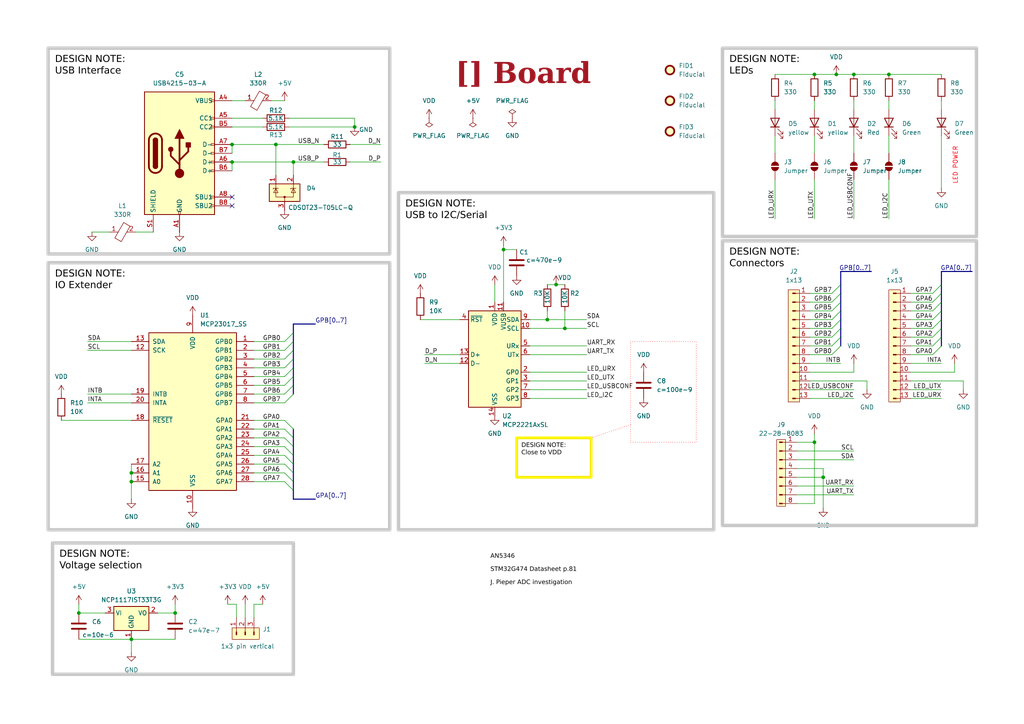
<source format=kicad_sch>
(kicad_sch (version 20250114) (generator "eeschema") (generator_version "9.0")
  (paper "A4")
  (title_block (title "Board") (date "Last Modified Date") (rev "${REVISION}") (company "${COMPANY}"))
  (rectangle (start 182.88 99.06) (end 201.93 128.27) (stroke (width 0) (type dot) (color 255 0 0 1)))
  (text "LED POWER" (at 277.114 48.006 90) (effects (font (size 1.27 1.27))))
  (text "J. Pieper ADC investigation" (at 142.24 170.18 0) (effects (font (size 1.27 1.27)) (justify left bottom)))
  (text "STM32G474 Datasheet p.81" (at 142.24 166.37 0) (effects (font (size 1.27 1.27)) (justify left bottom)))
  (text "AN5346" (at 142.24 162.56 0) (effects (font (size 1.27 1.27)) (justify left bottom)))
  (text_box "DESIGN NOTE:\nUSB to I2C/Serial\n\n" (at 115.57 55.88 0) (size 91.44 97.79) (margins 2 2 2 2) (stroke (width 1) (color 200 200 200 1)) (effects (font (size 2 2)) (justify left top)))
  (text_box "DESIGN NOTE:\nVoltage selection" (at 15.24 157.48 0) (size 69.85 38.1) (margins 2 2 2 2) (stroke (width 1) (color 200 200 200 1)) (effects (font (size 2 2)) (justify left top)))
  (text_box "DESIGN NOTE:\nUSB Interface\n\n\n" (at 13.97 13.97 0) (size 99.06 59.69) (margins 2 2 2 2) (stroke (width 1) (color 200 200 200 1)) (effects (font (size 2 2)) (justify left top)))
  (text_box "DESIGN NOTE:\nLEDs\n" (at 209.55 13.97 0) (size 73.66 54.61) (margins 2 2 2 2) (stroke (width 1) (color 200 200 200 1)) (effects (font (size 2 2)) (justify left top)))
  (text_box "[${#}] ${TITLE}" (at 115.57 15.24 0) (size 72.39 12.7) (margins 4.4999 4.4999 4.4999 4.4999) (stroke (width -0.0001)) (effects (font (size 6 6) (thickness 1.2) (bold yes))))
  (text_box "DESIGN NOTE:\nClose to VDD\n" (at 149.86 127 0) (size 21.59 11.43) (margins 1.3525 1.3525 1.3525 1.3525) (stroke (width 0.8) (color 250 236 0 1)) (effects (font (size 1.27 1.27)) (justify left top)))
  (text_box "DESIGN NOTE:\nConnectors\n\n" (at 209.55 69.85 0) (size 73.66 82.55) (margins 2 2 2 2) (stroke (width 1) (color 200 200 200 1)) (effects (font (size 2 2)) (justify left top)))
  (text_box "DESIGN NOTE:\nIO Extender\n\n\n" (at 13.97 76.2 0) (size 99.06 77.47) (margins 2 2 2 2) (stroke (width 1) (color 200 200 200 1)) (effects (font (size 2 2)) (justify left top)))
  (junction (at 257.81 21.59))
  (junction (at 102.87 36.83))
  (junction (at 158.75 92.71))
  (junction (at 236.22 128.27))
  (junction (at 163.83 95.25))
  (junction (at 38.1 185.42))
  (junction (at 38.1 139.7))
  (junction (at 38.1 137.16))
  (junction (at 238.76 138.43))
  (junction (at 236.22 21.59))
  (junction (at 247.65 21.59))
  (junction (at 85.09 46.99))
  (junction (at 50.8 177.8))
  (junction (at 67.31 41.91))
  (junction (at 67.31 46.99))
  (junction (at 80.01 41.91))
  (junction (at 161.29 82.55))
  (junction (at 242.57 21.59))
  (junction (at 22.86 177.8))
  (junction (at 146.05 72.39))
  (no_connect (at 67.31 59.69))
  (no_connect (at 67.31 57.15))
  (bus_entry (at 82.55 104.14) (size 2.54 -2.54))
  (bus_entry (at 241.3 95.25) (size 2.54 -2.54))
  (bus_entry (at 82.55 139.7) (size 2.54 2.54))
  (bus_entry (at 82.55 101.6) (size 2.54 -2.54))
  (bus_entry (at 270.51 102.87) (size 2.54 -2.54))
  (bus_entry (at 82.55 99.06) (size 2.54 -2.54))
  (bus_entry (at 241.3 90.17) (size 2.54 -2.54))
  (bus_entry (at 241.3 100.33) (size 2.54 -2.54))
  (bus_entry (at 241.3 87.63) (size 2.54 -2.54))
  (bus_entry (at 270.51 87.63) (size 2.54 -2.54))
  (bus_entry (at 270.51 95.25) (size 2.54 -2.54))
  (bus_entry (at 270.51 92.71) (size 2.54 -2.54))
  (bus_entry (at 241.3 102.87) (size 2.54 -2.54))
  (bus_entry (at 82.55 134.62) (size 2.54 2.54))
  (bus_entry (at 82.55 114.3) (size 2.54 -2.54))
  (bus_entry (at 270.51 85.09) (size 2.54 -2.54))
  (bus_entry (at 82.55 129.54) (size 2.54 2.54))
  (bus_entry (at 241.3 97.79) (size 2.54 -2.54))
  (bus_entry (at 241.3 85.09) (size 2.54 -2.54))
  (bus_entry (at 82.55 127) (size 2.54 2.54))
  (bus_entry (at 82.55 109.22) (size 2.54 -2.54))
  (bus_entry (at 82.55 121.92) (size 2.54 2.54))
  (bus_entry (at 270.51 90.17) (size 2.54 -2.54))
  (bus_entry (at 270.51 97.79) (size 2.54 -2.54))
  (bus_entry (at 82.55 124.46) (size 2.54 2.54))
  (bus_entry (at 82.55 137.16) (size 2.54 2.54))
  (bus_entry (at 270.51 100.33) (size 2.54 -2.54))
  (bus_entry (at 82.55 116.84) (size 2.54 -2.54))
  (bus_entry (at 82.55 132.08) (size 2.54 2.54))
  (bus_entry (at 82.55 106.68) (size 2.54 -2.54))
  (bus_entry (at 241.3 92.71) (size 2.54 -2.54))
  (bus_entry (at 82.55 111.76) (size 2.54 -2.54))
  (bus (pts (xy 273.05 92.71) (xy 273.05 90.17)))
  (wire (pts (xy 45.72 177.8) (xy 50.8 177.8)))
  (wire (pts (xy 224.79 52.07) (xy 224.79 63.5)))
  (wire (pts (xy 234.95 92.71) (xy 241.3 92.71)))
  (bus (pts (xy 273.05 95.25) (xy 273.05 92.71)))
  (bus (pts (xy 243.84 95.25) (xy 243.84 92.71)))
  (bus (pts (xy 85.09 144.78) (xy 85.09 142.24)))
  (bus (pts (xy 252.73 78.74) (xy 243.84 78.74)))
  (wire (pts (xy 121.92 92.71) (xy 133.35 92.71)))
  (wire (pts (xy 264.16 115.57) (xy 273.05 115.57)))
  (bus (pts (xy 85.09 129.54) (xy 85.09 132.08)))
  (wire (pts (xy 163.83 90.17) (xy 163.83 95.25)))
  (wire (pts (xy 264.16 92.71) (xy 270.51 92.71)))
  (wire (pts (xy 247.65 52.07) (xy 247.65 63.5)))
  (wire (pts (xy 234.95 95.25) (xy 241.3 95.25)))
  (wire (pts (xy 67.31 36.83) (xy 76.2 36.83)))
  (wire (pts (xy 158.75 92.71) (xy 170.18 92.71)))
  (wire (pts (xy 238.76 135.89) (xy 238.76 138.43)))
  (wire (pts (xy 38.1 139.7) (xy 38.1 144.78)))
  (wire (pts (xy 224.79 21.59) (xy 236.22 21.59)))
  (wire (pts (xy 234.95 85.09) (xy 241.3 85.09)))
  (bus (pts (xy 85.09 137.16) (xy 85.09 139.7)))
  (bus (pts (xy 85.09 99.06) (xy 85.09 96.52)))
  (wire (pts (xy 264.16 90.17) (xy 270.51 90.17)))
  (wire (pts (xy 279.4 110.49) (xy 279.4 113.03)))
  (wire (pts (xy 73.66 104.14) (xy 82.55 104.14)))
  (wire (pts (xy 236.22 125.73) (xy 236.22 128.27)))
  (wire (pts (xy 17.78 121.92) (xy 38.1 121.92)))
  (wire (pts (xy 264.16 107.95) (xy 276.86 107.95)))
  (wire (pts (xy 25.4 99.06) (xy 38.1 99.06)))
  (wire (pts (xy 146.05 71.12) (xy 146.05 72.39)))
  (wire (pts (xy 264.16 100.33) (xy 270.51 100.33)))
  (bus (pts (xy 273.05 100.33) (xy 273.05 97.79)))
  (wire (pts (xy 224.79 29.21) (xy 224.79 31.75)))
  (wire (pts (xy 22.86 177.8) (xy 30.48 177.8)))
  (wire (pts (xy 238.76 147.32) (xy 238.76 138.43)))
  (wire (pts (xy 234.95 105.41) (xy 243.84 105.41)))
  (bus (pts (xy 85.09 114.3) (xy 85.09 111.76)))
  (wire (pts (xy 231.14 138.43) (xy 238.76 138.43)))
  (wire (pts (xy 234.95 113.03) (xy 247.65 113.03)))
  (wire (pts (xy 264.16 97.79) (xy 270.51 97.79)))
  (wire (pts (xy 161.29 82.55) (xy 163.83 82.55)))
  (wire (pts (xy 251.46 110.49) (xy 251.46 113.03)))
  (wire (pts (xy 101.6 41.91) (xy 110.49 41.91)))
  (wire (pts (xy 234.95 115.57) (xy 247.65 115.57)))
  (wire (pts (xy 71.12 175.26) (xy 71.12 179.07)))
  (wire (pts (xy 236.22 21.59) (xy 242.57 21.59)))
  (wire (pts (xy 236.22 29.21) (xy 236.22 31.75)))
  (bus (pts (xy 85.09 139.7) (xy 85.09 142.24)))
  (wire (pts (xy 73.66 129.54) (xy 82.55 129.54)))
  (bus (pts (xy 273.05 87.63) (xy 273.05 85.09)))
  (wire (pts (xy 264.16 113.03) (xy 273.05 113.03)))
  (wire (pts (xy 38.1 137.16) (xy 38.1 139.7)))
  (wire (pts (xy 153.67 100.33) (xy 170.18 100.33)))
  (wire (pts (xy 80.01 41.91) (xy 93.98 41.91)))
  (bus (pts (xy 85.09 127) (xy 85.09 129.54)))
  (wire (pts (xy 67.31 46.99) (xy 85.09 46.99)))
  (wire (pts (xy 102.87 36.83) (xy 83.82 36.83)))
  (wire (pts (xy 236.22 128.27) (xy 236.22 146.05)))
  (wire (pts (xy 153.67 92.71) (xy 158.75 92.71)))
  (bus (pts (xy 85.09 101.6) (xy 85.09 99.06)))
  (wire (pts (xy 247.65 39.37) (xy 247.65 44.45)))
  (wire (pts (xy 247.65 21.59) (xy 257.81 21.59)))
  (wire (pts (xy 101.6 46.99) (xy 110.49 46.99)))
  (wire (pts (xy 247.65 105.41) (xy 247.65 107.95)))
  (wire (pts (xy 73.66 134.62) (xy 82.55 134.62)))
  (wire (pts (xy 257.81 21.59) (xy 273.05 21.59)))
  (wire (pts (xy 67.31 41.91) (xy 80.01 41.91)))
  (wire (pts (xy 153.67 95.25) (xy 163.83 95.25)))
  (bus (pts (xy 85.09 104.14) (xy 85.09 101.6)))
  (wire (pts (xy 257.81 29.21) (xy 257.81 31.75)))
  (bus (pts (xy 85.09 124.46) (xy 85.09 127)))
  (bus (pts (xy 273.05 78.74) (xy 273.05 82.55)))
  (bus (pts (xy 273.05 85.09) (xy 273.05 82.55)))
  (wire (pts (xy 85.09 46.99) (xy 93.98 46.99)))
  (wire (pts (xy 236.22 52.07) (xy 236.22 63.5)))
  (wire (pts (xy 234.95 87.63) (xy 241.3 87.63)))
  (wire (pts (xy 38.1 134.62) (xy 38.1 137.16)))
  (wire (pts (xy 158.75 90.17) (xy 158.75 92.71)))
  (bus (pts (xy 273.05 90.17) (xy 273.05 87.63)))
  (wire (pts (xy 273.05 29.21) (xy 273.05 31.75)))
  (bus (pts (xy 243.84 90.17) (xy 243.84 87.63)))
  (wire (pts (xy 123.19 102.87) (xy 133.35 102.87)))
  (wire (pts (xy 76.2 175.26) (xy 73.66 175.26)))
  (bus (pts (xy 85.09 109.22) (xy 85.09 106.68)))
  (wire (pts (xy 224.79 39.37) (xy 224.79 44.45)))
  (wire (pts (xy 73.66 116.84) (xy 82.55 116.84)))
  (bus (pts (xy 85.09 93.98) (xy 85.09 96.52)))
  (wire (pts (xy 78.74 29.21) (xy 82.55 29.21)))
  (wire (pts (xy 73.66 139.7) (xy 82.55 139.7)))
  (bus (pts (xy 243.84 100.33) (xy 243.84 97.79)))
  (wire (pts (xy 234.95 107.95) (xy 247.65 107.95)))
  (wire (pts (xy 231.14 140.97) (xy 247.65 140.97)))
  (wire (pts (xy 73.66 111.76) (xy 82.55 111.76)))
  (wire (pts (xy 234.95 90.17) (xy 241.3 90.17)))
  (wire (pts (xy 123.19 105.41) (xy 133.35 105.41)))
  (wire (pts (xy 68.58 175.26) (xy 68.58 179.07)))
  (wire (pts (xy 234.95 110.49) (xy 251.46 110.49)))
  (wire (pts (xy 73.66 175.26) (xy 73.66 179.07)))
  (wire (pts (xy 73.66 132.08) (xy 82.55 132.08)))
  (bus (pts (xy 91.44 144.78) (xy 85.09 144.78)))
  (wire (pts (xy 73.66 124.46) (xy 82.55 124.46)))
  (wire (pts (xy 231.14 146.05) (xy 236.22 146.05)))
  (bus (pts (xy 85.09 134.62) (xy 85.09 137.16)))
  (wire (pts (xy 276.86 105.41) (xy 276.86 107.95)))
  (wire (pts (xy 50.8 175.26) (xy 50.8 177.8)))
  (wire (pts (xy 231.14 133.35) (xy 247.65 133.35)))
  (bus (pts (xy 281.94 78.74) (xy 273.05 78.74)))
  (wire (pts (xy 73.66 101.6) (xy 82.55 101.6)))
  (wire (pts (xy 73.66 121.92) (xy 82.55 121.92)))
  (wire (pts (xy 158.75 82.55) (xy 161.29 82.55)))
  (wire (pts (xy 163.83 95.25) (xy 170.18 95.25)))
  (wire (pts (xy 146.05 72.39) (xy 149.86 72.39)))
  (wire (pts (xy 257.81 39.37) (xy 257.81 44.45)))
  (wire (pts (xy 153.67 115.57) (xy 170.18 115.57)))
  (wire (pts (xy 73.66 109.22) (xy 82.55 109.22)))
  (wire (pts (xy 231.14 143.51) (xy 247.65 143.51)))
  (wire (pts (xy 257.81 52.07) (xy 257.81 63.5)))
  (wire (pts (xy 231.14 128.27) (xy 236.22 128.27)))
  (wire (pts (xy 38.1 185.42) (xy 50.8 185.42)))
  (bus (pts (xy 85.09 106.68) (xy 85.09 104.14)))
  (bus (pts (xy 273.05 97.79) (xy 273.05 95.25)))
  (bus (pts (xy 85.09 132.08) (xy 85.09 134.62)))
  (bus (pts (xy 243.84 92.71) (xy 243.84 90.17)))
  (wire (pts (xy 73.66 127) (xy 82.55 127)))
  (wire (pts (xy 25.4 116.84) (xy 38.1 116.84)))
  (wire (pts (xy 66.04 175.26) (xy 68.58 175.26)))
  (wire (pts (xy 67.31 41.91) (xy 67.31 44.45)))
  (wire (pts (xy 143.51 82.55) (xy 143.51 87.63)))
  (wire (pts (xy 38.1 189.23) (xy 38.1 185.42)))
  (wire (pts (xy 234.95 102.87) (xy 241.3 102.87)))
  (wire (pts (xy 80.01 41.91) (xy 80.01 50.8)))
  (wire (pts (xy 242.57 21.59) (xy 247.65 21.59)))
  (wire (pts (xy 67.31 34.29) (xy 76.2 34.29)))
  (wire (pts (xy 264.16 110.49) (xy 279.4 110.49)))
  (wire (pts (xy 25.4 114.3) (xy 38.1 114.3)))
  (wire (pts (xy 73.66 106.68) (xy 82.55 106.68)))
  (bus (pts (xy 85.09 111.76) (xy 85.09 109.22)))
  (wire (pts (xy 264.16 102.87) (xy 270.51 102.87)))
  (wire (pts (xy 67.31 29.21) (xy 71.12 29.21)))
  (polyline (pts (xy 182.88 123.19) (xy 171.45 127)) (stroke (width 0) (type dot) (color 255 0 0 1)))
  (wire (pts (xy 234.95 97.79) (xy 241.3 97.79)))
  (wire (pts (xy 231.14 130.81) (xy 247.65 130.81)))
  (wire (pts (xy 153.67 107.95) (xy 170.18 107.95)))
  (wire (pts (xy 264.16 87.63) (xy 270.51 87.63)))
  (wire (pts (xy 264.16 95.25) (xy 270.51 95.25)))
  (wire (pts (xy 83.82 34.29) (xy 102.87 34.29)))
  (bus (pts (xy 243.84 97.79) (xy 243.84 95.25)))
  (wire (pts (xy 153.67 113.03) (xy 170.18 113.03)))
  (wire (pts (xy 39.37 67.31) (xy 44.45 67.31)))
  (wire (pts (xy 22.86 185.42) (xy 38.1 185.42)))
  (wire (pts (xy 146.05 72.39) (xy 146.05 87.63)))
  (wire (pts (xy 273.05 39.37) (xy 273.05 54.61)))
  (wire (pts (xy 25.4 101.6) (xy 38.1 101.6)))
  (wire (pts (xy 73.66 137.16) (xy 82.55 137.16)))
  (bus (pts (xy 243.84 87.63) (xy 243.84 85.09)))
  (wire (pts (xy 102.87 34.29) (xy 102.87 36.83)))
  (wire (pts (xy 73.66 114.3) (xy 82.55 114.3)))
  (bus (pts (xy 243.84 85.09) (xy 243.84 82.55)))
  (wire (pts (xy 26.67 67.31) (xy 31.75 67.31)))
  (wire (pts (xy 264.16 105.41) (xy 273.05 105.41)))
  (wire (pts (xy 231.14 135.89) (xy 238.76 135.89)))
  (wire (pts (xy 22.86 175.26) (xy 22.86 177.8)))
  (wire (pts (xy 236.22 39.37) (xy 236.22 44.45)))
  (bus (pts (xy 243.84 78.74) (xy 243.84 82.55)))
  (wire (pts (xy 234.95 100.33) (xy 241.3 100.33)))
  (wire (pts (xy 73.66 99.06) (xy 82.55 99.06)))
  (wire (pts (xy 247.65 29.21) (xy 247.65 31.75)))
  (wire (pts (xy 67.31 46.99) (xy 67.31 49.53)))
  (wire (pts (xy 264.16 85.09) (xy 270.51 85.09)))
  (wire (pts (xy 153.67 102.87) (xy 170.18 102.87)))
  (bus (pts (xy 91.44 93.98) (xy 85.09 93.98)))
  (wire (pts (xy 153.67 110.49) (xy 170.18 110.49)))
  (wire (pts (xy 85.09 46.99) (xy 85.09 50.8)))
  (label "LED_UTX" (at 170.18 110.49 0))
  (label "INTA" (at 273.05 105.41 180))
  (label "GPA7" (at 270.51 85.09 180))
  (label "GPA7" (at 76.2 139.7 0))
  (label "INTB" (at 25.4 114.3 0))
  (label "GPA3" (at 270.51 95.25 180))
  (label "GPB[0..7]" (at 252.73 78.74 180))
  (label "USB_N" (at 86.36 41.91 0))
  (label "GPA6" (at 76.2 137.16 0))
  (label "GPB6" (at 241.3 87.63 180))
  (label "GPB[0..7]" (at 91.44 93.98 0))
  (label "UART_TX" (at 247.65 143.51 180))
  (label "GPA2" (at 270.51 97.79 180))
  (label "UART_RX" (at 247.65 140.97 180))
  (label "LED_USBCONF" (at 170.18 113.03 0))
  (label "LED_USBCONF" (at 247.65 113.03 180))
  (label "GPA3" (at 76.2 129.54 0))
  (label "SDA" (at 170.18 92.71 0))
  (label "D_N" (at 110.49 41.91 180))
  (label "SDA" (at 25.4 99.06 0))
  (label "LED_URX" (at 224.79 63.5 90))
  (label "SCL" (at 170.18 95.25 0))
  (label "GPB7" (at 76.2 116.84 0))
  (label "LED_I2C" (at 170.18 115.57 0))
  (label "GPB5" (at 241.3 90.17 180))
  (label "GPA[0..7]" (at 91.44 144.78 0))
  (label "D_N" (at 123.19 105.41 0))
  (label "SDA" (at 247.65 133.35 180))
  (label "D_P" (at 123.19 102.87 0))
  (label "GPA4" (at 270.51 92.71 180))
  (label "USB_P" (at 86.36 46.99 0))
  (label "GPB4" (at 76.2 109.22 0))
  (label "GPB3" (at 76.2 106.68 0))
  (label "GPB1" (at 76.2 101.6 0))
  (label "UART_TX" (at 170.18 102.87 0))
  (label "GPB5" (at 76.2 111.76 0))
  (label "INTB" (at 243.84 105.41 180))
  (label "GPA6" (at 270.51 87.63 180))
  (label "SCL" (at 25.4 101.6 0))
  (label "GPA0" (at 270.51 102.87 180))
  (label "GPA0" (at 76.2 121.92 0))
  (label "GPB7" (at 241.3 85.09 180))
  (label "GPA5" (at 270.51 90.17 180))
  (label "GPB0" (at 76.2 99.06 0))
  (label "LED_I2C" (at 257.81 63.5 90))
  (label "GPB1" (at 241.3 100.33 180))
  (label "GPA1" (at 76.2 124.46 0))
  (label "GPB2" (at 76.2 104.14 0))
  (label "GPB6" (at 76.2 114.3 0))
  (label "GPB0" (at 241.3 102.87 180))
  (label "D_P" (at 110.49 46.99 180))
  (label "UART_RX" (at 170.18 100.33 0))
  (label "SCL" (at 247.65 130.81 180))
  (label "LED_UTX" (at 273.05 113.03 180))
  (label "GPA2" (at 76.2 127 0))
  (label "LED_USBCONF" (at 247.65 63.5 90))
  (label "GPB4" (at 241.3 92.71 180))
  (label "GPA5" (at 76.2 134.62 0))
  (label "GPA4" (at 76.2 132.08 0))
  (label "LED_URX" (at 273.05 115.57 180))
  (label "GPB2" (at 241.3 97.79 180))
  (label "LED_I2C" (at 247.65 115.57 180))
  (label "LED_UTX" (at 236.22 63.5 90))
  (label "LED_URX" (at 170.18 107.95 0))
  (label "GPA1" (at 270.51 100.33 180))
  (label "GPB3" (at 241.3 95.25 180))
  (label "INTA" (at 25.4 116.84 0))
  (label "GPA[0..7]" (at 281.94 78.74 180))
  (symbol (lib_id "power:PWR_FLAG") (at 124.46 34.29 180) (unit 1)
    (property "Reference" "#FLG03" (effects (hide yes)))
    (property "Value" "PWR_FLAG" (at 124.46 39.37 0))
    (property "Description" "Special symbol for telling ERC where power comes from" (effects (hide yes)))
  )
  (symbol (lib_id "power:GND") (at 52.07 67.31 0) (unit 1)
    (property "Reference" "#PWR025" (effects (hide yes)))
    (property "Value" "GND" (at 52.07 72.39 0))
    (property "Description" "Power symbol creates a global label with name \"GND\" , ground" (effects (hide yes)))
  )
  (symbol (lib_name "Solder_Jumper_1") (lib_id "0_helpers:Solder_Jumper") (at 224.79 48.26 90) (unit 1) (in_bom no)
    (property "Reference" "J3" (at 227.33 46.9899 90) (effects (justify right)))
    (property "Value" "Jumper" (at 227.33 49.5299 90) (effects (justify right)))
    (property "Footprint" "Jumper:SolderJumper-2_P1.3mm_Open_TrianglePad1.0x1.5mm" (effects (hide yes)))
    (property "Description" "Solder Jumper Open" (effects (hide yes)))
  )
  (symbol (lib_id "power:PWR_FLAG") (at 137.16 34.29 180) (unit 1)
    (property "Reference" "#FLG01" (effects (hide yes)))
    (property "Value" "PWR_FLAG" (at 137.16 39.37 0))
    (property "Description" "Special symbol for telling ERC where power comes from" (effects (hide yes)))
  )
  (symbol (lib_id "power:GND") (at 38.1 189.23 0) (unit 1)
    (property "Reference" "#PWR01" (effects (hide yes)))
    (property "Value" "GND" (at 38.1 194.31 0))
    (property "Description" "Power symbol creates a global label with name \"GND\" , ground" (effects (hide yes)))
  )
  (symbol (lib_id "power:GND") (at 238.76 147.32 0) (unit 1)
    (property "Reference" "#PWR08" (effects (hide yes)))
    (property "Value" "GND" (at 238.76 152.4 0))
    (property "Description" "Power symbol creates a global label with name \"GND\" , ground" (effects (hide yes)))
  )
  (symbol (lib_id "0_leds:SML-LX0603GW-TR") (at 270.51 35.56 90) (unit 1)
    (property "Reference" "D7" (at 276.86 35.8774 90) (effects (justify right)))
    (property "Value" "Green" (at 276.86 38.4174 90) (effects (justify right)))
    (property "Footprint" "LED_SMD:LED_0603_1608Metric" (effects (hide yes)))
    (property "Datasheet" "https://br.mouser.com/datasheet/2/244/LUMX_S_A0010422453_1-2552044.pdf" (effects (hide yes)))
    (property "Description" "LED Green, 0603, 2.2V, 20mA" (effects (hide yes)))
    (property "Sim.Device" "D" (effects (hide yes)))
    (property "Sim.Pins" "1=A 2=K" (effects (hide yes)))
    (property "Sim.Params" "temp=24" (effects (hide yes)))
    (property "CompanyPN" "T-LED-002" (effects (hide yes)))
  )
  (symbol (lib_id "0_connectors:USB4215-03-A") (at 52.07 44.45 0) (unit 1)
    (property "Reference" "C5" (at 52.07 21.59 0))
    (property "Value" "USB4215-03-A" (at 52.07 24.13 0))
    (property "Footprint" "Connector_USB:USB_C_Receptacle_GCT_USB4105-xx-A_16P_TopMnt_Horizontal" (effects (hide yes)))
    (property "Datasheet" "https://br.mouser.com/datasheet/2/837/usb4215-3472997.pdf" (effects (hide yes)))
    (property "Description" "USB Connectors USB C Receptacle, Short Body, USB2.0, 16Pin, Horizontal, SMT" (effects (hide yes)))
  )
  (symbol (lib_id "0_resistors:CRCW060310K0JNEA") (at 163.83 86.36 0) (unit 1)
    (property "Reference" "R2" (at 165.354 85.09 0) (effects (justify left)))
    (property "Value" "10K" (at 163.83 88.138 90) (effects (justify left)))
    (property "Footprint" "Resistor_SMD:R_0603_1608Metric_Pad0.98x0.95mm_HandSolder" (effects (hide yes)))
    (property "Datasheet" "https://www.vishay.com/doc?20035" (effects (hide yes)))
    (property "Description" "RESISTOR, 10K, 5%, 1/10W 0603" (effects (hide yes)))
    (property "Sim.Device" "R" (effects (hide yes)))
    (property "Sim.Pins" "1=+ 2=-" (effects (hide yes)))
    (property "Sim.Params" "r=33" (effects (hide yes)))
    (property "CompanyPN" "T-RES-004" (effects (hide yes)))
  )
  (symbol (lib_name "Solder_Jumper_1") (lib_id "0_helpers:Solder_Jumper") (at 247.65 48.26 90) (unit 1) (in_bom no)
    (property "Reference" "J7" (at 250.19 46.9899 90) (effects (justify right)))
    (property "Value" "Jumper" (at 250.19 49.5299 90) (effects (justify right)))
    (property "Footprint" "Jumper:SolderJumper-2_P1.3mm_Open_TrianglePad1.0x1.5mm" (effects (hide yes)))
    (property "Description" "Solder Jumper Open" (effects (hide yes)))
  )
  (symbol (lib_id "power:GND") (at 143.51 120.65 0) (unit 1)
    (property "Reference" "#PWR013" (effects (hide yes)))
    (property "Value" "GND" (at 143.51 125.73 0))
    (property "Description" "Power symbol creates a global label with name \"GND\" , ground" (effects (hide yes)))
  )
  (symbol (lib_id "0_chips:MCP23017_SS") (at 55.88 119.38 0) (unit 1)
    (property "Reference" "U1" (at 58.0233 91.44 0) (effects (justify left)))
    (property "Value" "MCP23017_SS" (at 58.0233 93.98 0) (effects (justify left)))
    (property "Footprint" "Package_SO:SSOP-28_5.3x10.2mm_P0.65mm" (effects (hide yes)))
    (property "Datasheet" "https://ww1.microchip.com/downloads/aemDocuments/documents/APID/ProductDocuments/DataSheets/MCP23017-Data-Sheet-DS20001952.pdf" (effects (hide yes)))
    (property "Description" "16-bit I/O expander, I2C, interrupts, w pull-ups, SSOP-28" (effects (hide yes)))
    (property "CompanyPN" "M-ICC-025" (effects (hide yes)))
  )
  (symbol (lib_id "Mechanical:Fiducial") (at 194.31 29.21 0) (unit 1) (exclude_from_sim yes) (in_bom no)
    (property "Reference" "FID2" (at 196.85 27.9399 0) (effects (justify left)))
    (property "Value" "Fiducial" (at 196.85 30.4799 0) (effects (justify left)))
    (property "Footprint" "Fiducial:Fiducial_0.5mm_Mask1.5mm" (effects (hide yes)))
    (property "Description" "Fiducial Marker" (effects (hide yes)))
  )
  (symbol (lib_id "power:VDD") (at 143.51 82.55 0) (unit 1)
    (property "Reference" "#PWR012" (effects (hide yes)))
    (property "Value" "VDD" (at 143.51 77.47 0))
    (property "Description" "Power symbol creates a global label with name \"VDD\"" (effects (hide yes)))
  )
  (symbol (lib_id "power:GND") (at 26.67 67.31 0) (unit 1)
    (property "Reference" "#PWR026" (effects (hide yes)))
    (property "Value" "GND" (at 26.67 72.39 0))
    (property "Description" "Power symbol creates a global label with name \"GND\" , ground" (effects (hide yes)))
  )
  (symbol (lib_id "power:+5V") (at 22.86 175.26 0) (unit 1)
    (property "Reference" "#PWR02" (effects (hide yes)))
    (property "Value" "+5V" (at 22.86 170.18 0))
    (property "Description" "Power symbol creates a global label with name \"+5V\"" (effects (hide yes)))
  )
  (symbol (lib_id "power:GND") (at 102.87 36.83 0) (unit 1)
    (property "Reference" "#PWR029" (effects (hide yes)))
    (property "Value" "GND" (at 106.172 37.592 0))
    (property "Description" "Power symbol creates a global label with name \"GND\" , ground" (effects (hide yes)))
  )
  (symbol (lib_id "power:+5V") (at 137.16 34.29 0) (unit 1)
    (property "Reference" "#PWR032" (effects (hide yes)))
    (property "Value" "+5V" (at 137.16 29.21 0))
    (property "Description" "Power symbol creates a global label with name \"+5V\"" (effects (hide yes)))
  )
  (symbol (lib_id "power:VDD") (at 17.78 114.3 0) (unit 1)
    (property "Reference" "#PWR017" (effects (hide yes)))
    (property "Value" "VDD" (at 17.78 109.22 0))
    (property "Description" "Power symbol creates a global label with name \"VDD\"" (effects (hide yes)))
  )
  (symbol (lib_id "0_capacitors:C0603C474K3RACTU") (at 146.05 76.2 90) (unit 1)
    (property "Reference" "C1" (at 150.622 73.152 90) (effects (justify right)))
    (property "Value" "${SIM.PARAMS}" (at 152.654 75.438 90) (effects (justify right)))
    (property "Footprint" "Capacitor_SMD:C_0603_1608Metric_Pad1.08x0.95mm_HandSolder" (effects (hide yes)))
    (property "Datasheet" "https://br.mouser.com/datasheet/2/447/KEM_C1002_X7R_SMD-3316098.pdf" (effects (hide yes)))
    (property "Description" "capacitor, 0.47uF, 0603, X7R, 25V" (effects (hide yes)))
    (property "Sim.Device" "C" (effects (hide yes)))
    (property "Sim.Params" "c=470e-9" (effects (hide yes)))
    (property "CompanyPN" "T-CAP-007" (effects (hide yes)))
  )
  (symbol (lib_id "0_resistors:ERJ-3GEYJ331V") (at 247.65 25.4 0) (unit 1)
    (property "Reference" "R6" (at 250.19 24.1299 0) (effects (justify left)))
    (property "Value" "330" (at 250.19 26.6699 0) (effects (justify left)))
    (property "Footprint" "Resistor_SMD:R_0603_1608Metric_Pad0.98x0.95mm_HandSolder" (effects (hide yes)))
    (property "Datasheet" "https://industrial.panasonic.com/cdbs/www-data/pdf/RDA0000/AOA0000C301.pdf" (effects (hide yes)))
    (property "Description" "RESISTOR, 330R, 5%, 1/10W, 0603" (effects (hide yes)))
    (property "Sim.Device" "R" (effects (hide yes)))
    (property "Sim.Pins" "1=+ 2=-" (effects (hide yes)))
    (property "Sim.Params" "r=330" (effects (hide yes)))
    (property "CompanyPN" "T-RES-004" (effects (hide yes)))
  )
  (symbol (lib_id "power:+5V") (at 82.55 29.21 0) (unit 1)
    (property "Reference" "#PWR027" (effects (hide yes)))
    (property "Value" "+5V" (at 82.55 24.13 0))
    (property "Description" "Power symbol creates a global label with name \"+5V\"" (effects (hide yes)))
  )
  (symbol (lib_id "0_capacitors:C1608X5R1C106M080AB") (at 19.05 181.61 90) (unit 1)
    (property "Reference" "C6" (at 26.67 180.3399 90) (effects (justify right)))
    (property "Value" "${SIM.PARAMS}" (at 23.876 184.15 90) (effects (justify right)))
    (property "Footprint" "Capacitor_SMD:C_0603_1608Metric_Pad1.08x0.95mm_HandSolder" (effects (hide yes)))
    (property "Datasheet" "https://product.tdk.com/system/files/dam/doc/product/capacitor/ceramic/mlcc/catalog/mlcc_commercial_general_en.pdf?ref_disty=mouser" (effects (hide yes)))
    (property "Description" "capacitor, 10uF, 0603, X5R, 16V, 20%, ceramic" (effects (hide yes)))
    (property "Sim.Device" "C" (effects (hide yes)))
    (property "Sim.Params" "c=10e-6" (effects (hide yes)))
    (property "CompanyPN" "M-CAP-019" (effects (hide yes)))
    (property "Sim.Pins" "1=+ 2=-" (effects (hide yes)))
  )
  (symbol (lib_id "0_resistors:ERJ-3GEYJ331V") (at 273.05 25.4 0) (unit 1)
    (property "Reference" "R8" (at 275.59 24.1299 0) (effects (justify left)))
    (property "Value" "330" (at 275.59 26.6699 0) (effects (justify left)))
    (property "Footprint" "Resistor_SMD:R_0603_1608Metric_Pad0.98x0.95mm_HandSolder" (effects (hide yes)))
    (property "Datasheet" "https://industrial.panasonic.com/cdbs/www-data/pdf/RDA0000/AOA0000C301.pdf" (effects (hide yes)))
    (property "Description" "RESISTOR, 330R, 5%, 1/10W, 0603" (effects (hide yes)))
    (property "Sim.Device" "R" (effects (hide yes)))
    (property "Sim.Pins" "1=+ 2=-" (effects (hide yes)))
    (property "Sim.Params" "r=330" (effects (hide yes)))
    (property "CompanyPN" "T-RES-004" (effects (hide yes)))
  )
  (symbol (lib_name "22-28-8083_1") (lib_id "0_connectors:22-28-8083") (at 226.06 125.73 0) (unit 1)
    (property "Reference" "J9" (at 226.568 123.19 0))
    (property "Value" "22-28-8083" (at 226.568 125.73 0))
    (property "Footprint" "Connector_PinHeader_2.54mm:PinHeader_1x08_P2.54mm_Horizontal" (effects (hide yes)))
    (property "Datasheet" "https://www.molex.com/en-us/products/part-detail/22288083?display=pdf" (effects (hide yes)))
    (property "Description" "Headers & Wire Housings BKWY HDR R/A 8P 15AU" (effects (hide yes)))
  )
  (symbol (lib_id "0_ferrites:MPZ2012S331AT000") (at 74.93 29.21 90) (unit 1)
    (property "Reference" "L2" (at 74.8792 21.59 90))
    (property "Value" "330R" (at 74.8792 24.13 90))
    (property "Footprint" "Resistor_SMD:R_0805_2012Metric_Pad1.20x1.40mm_HandSolder" (effects (hide yes)))
    (property "Datasheet" "https://product.tdk.com/system/files/dam/doc/product/emc/emc/beads/catalog/beads_commercial_power_mpz2012_en.pdf?ref_disty=mouser" (effects (hide yes)))
    (property "Description" "ferrite, 220R, 2.5A, 0805" (effects (hide yes)))
    (property "CompanyPN" "T-FER-001" (effects (hide yes)))
  )
  (symbol (lib_name "Solder_Jumper_1") (lib_id "0_helpers:Solder_Jumper") (at 236.22 48.26 90) (unit 1) (in_bom no)
    (property "Reference" "J6" (at 238.76 46.9899 90) (effects (justify right)))
    (property "Value" "Jumper" (at 238.76 49.5299 90) (effects (justify right)))
    (property "Footprint" "Jumper:SolderJumper-2_P1.3mm_Open_TrianglePad1.0x1.5mm" (effects (hide yes)))
    (property "Description" "Solder Jumper Open" (effects (hide yes)))
  )
  (symbol (lib_id "power:GND") (at 186.69 115.57 0) (unit 1)
    (property "Reference" "#PWR014" (effects (hide yes)))
    (property "Value" "GND" (at 186.69 120.65 0))
    (property "Description" "Power symbol creates a global label with name \"GND\" , ground" (effects (hide yes)))
  )
  (symbol (lib_id "0_connectors:61301311121") (at 229.87 82.55 0) (unit 1)
    (property "Reference" "J2" (at 230.251 78.74 0))
    (property "Value" "1x13" (at 230.251 81.28 0))
    (property "Footprint" "Connector_PinHeader_2.54mm:PinHeader_1x13_P2.54mm_Vertical" (effects (hide yes)))
    (property "Datasheet" "https://www.we-online.com/components/products/datasheet/61301311121.pdf" (effects (hide yes)))
    (property "Description" "Headers & Wire Housings WR-PHD 2.54mm Header 13P Single Str Gold" (effects (hide yes)))
  )
  (symbol (lib_id "power:GND") (at 55.88 147.32 0) (unit 1)
    (property "Reference" "#PWR019" (effects (hide yes)))
    (property "Value" "GND" (at 55.88 152.4 0))
    (property "Description" "Power symbol creates a global label with name \"GND\" , ground" (effects (hide yes)))
  )
  (symbol (lib_id "power:+3V3") (at 50.8 175.26 0) (unit 1)
    (property "Reference" "#PWR03" (effects (hide yes)))
    (property "Value" "+3V3" (at 50.8 170.18 0))
    (property "Description" "Power symbol creates a global label with name \"+3V3\"" (effects (hide yes)))
  )
  (symbol (lib_id "power:VDD") (at 276.86 105.41 0) (unit 1)
    (property "Reference" "#PWR022" (effects (hide yes)))
    (property "Value" "VDD" (at 276.86 100.33 0))
    (property "Description" "Power symbol creates a global label with name \"VDD\"" (effects (hide yes)))
  )
  (symbol (lib_id "0_resistors:ERJ-3GEYJ331V") (at 224.79 25.4 0) (unit 1)
    (property "Reference" "R4" (at 227.33 24.1299 0) (effects (justify left)))
    (property "Value" "330" (at 227.33 26.6699 0) (effects (justify left)))
    (property "Footprint" "Resistor_SMD:R_0603_1608Metric_Pad0.98x0.95mm_HandSolder" (effects (hide yes)))
    (property "Datasheet" "https://industrial.panasonic.com/cdbs/www-data/pdf/RDA0000/AOA0000C301.pdf" (effects (hide yes)))
    (property "Description" "RESISTOR, 330R, 5%, 1/10W, 0603" (effects (hide yes)))
    (property "Sim.Device" "R" (effects (hide yes)))
    (property "Sim.Pins" "1=+ 2=-" (effects (hide yes)))
    (property "Sim.Params" "r=330" (effects (hide yes)))
    (property "CompanyPN" "T-RES-004" (effects (hide yes)))
  )
  (symbol (lib_id "0_leds:SML-LX0603GW-TR") (at 255.27 35.56 90) (unit 1)
    (property "Reference" "D6" (at 261.62 35.8774 90) (effects (justify right)))
    (property "Value" "Green" (at 261.62 38.4174 90) (effects (justify right)))
    (property "Footprint" "LED_SMD:LED_0603_1608Metric" (effects (hide yes)))
    (property "Datasheet" "https://br.mouser.com/datasheet/2/244/LUMX_S_A0010422453_1-2552044.pdf" (effects (hide yes)))
    (property "Description" "LED Green, 0603, 2.2V, 20mA" (effects (hide yes)))
    (property "Sim.Device" "D" (effects (hide yes)))
    (property "Sim.Pins" "1=A 2=K" (effects (hide yes)))
    (property "Sim.Params" "temp=24" (effects (hide yes)))
    (property "CompanyPN" "T-LED-002" (effects (hide yes)))
  )
  (symbol (lib_id "0_resistors:CRCW06035K10FKEC") (at 80.01 34.29 90) (unit 1)
    (property "Reference" "R12" (at 80.01 32.004 90))
    (property "Value" "5.1K" (at 80.01 34.29 90))
    (property "Footprint" "Resistor_SMD:R_0603_1608Metric_Pad0.98x0.95mm_HandSolder" (effects (hide yes)))
    (property "Datasheet" "https://www.vishay.com/doc?20035" (effects (hide yes)))
    (property "Description" "RESISTOR, 5.1K, 1%, 1/3W 0603" (effects (hide yes)))
    (property "Sim.Pins" "1=+ 2=-" (effects (hide yes)))
    (property "Sim.Device" "R" (effects (hide yes)))
    (property "Sim.Params" "r=5100" (effects (hide yes)))
  )
  (symbol (lib_id "power:VDD") (at 55.88 91.44 0) (unit 1)
    (property "Reference" "#PWR020" (effects (hide yes)))
    (property "Value" "VDD" (at 55.88 86.36 0))
    (property "Description" "Power symbol creates a global label with name \"VDD\"" (effects (hide yes)))
  )
  (symbol (lib_id "0_diodes:CDSOT23-T05LC-Q") (at 82.55 55.88 0) (unit 1)
    (property "Reference" "D4" (at 88.9 54.6099 0) (effects (justify left)))
    (property "Value" "CDSOT23-T05LC-Q" (at 83.566 60.198 0) (effects (justify left)))
    (property "Footprint" "Package_TO_SOT_SMD:SOT-23-3" (effects (hide yes)))
    (property "Datasheet" "https://br.mouser.com/datasheet/2/54/Bourns_02192019_CDSOT23-TxxLC-Q_datasheet-1534459.pdf" (effects (hide yes)))
    (property "Description" "TVS Diode, clamp 17V SOT23-3, 500W, 5V" (effects (hide yes)))
    (property "CompanyPN" "T-DIO-001" (effects (hide yes)))
  )
  (symbol (lib_id "power:VDD") (at 71.12 175.26 0) (unit 1)
    (property "Reference" "#PWR04" (effects (hide yes)))
    (property "Value" "VDD" (at 71.12 170.18 0))
    (property "Description" "Power symbol creates a global label with name \"VDD\"" (effects (hide yes)))
  )
  (symbol (lib_id "power:GND") (at 82.55 60.96 0) (unit 1)
    (property "Reference" "#PWR028" (effects (hide yes)))
    (property "Value" "GND" (at 82.55 66.04 0))
    (property "Description" "Power symbol creates a global label with name \"GND\" , ground" (effects (hide yes)))
  )
  (symbol (lib_id "power:GND") (at 279.4 113.03 0) (unit 1)
    (property "Reference" "#PWR023" (effects (hide yes)))
    (property "Value" "GND" (at 279.4 118.11 0))
    (property "Description" "Power symbol creates a global label with name \"GND\" , ground" (effects (hide yes)))
  )
  (symbol (lib_id "0_resistors:CRCW060310K0JNEA") (at 17.78 118.11 0) (unit 1)
    (property "Reference" "R10" (at 20.32 116.8399 0) (effects (justify left)))
    (property "Value" "10K" (at 20.32 119.3799 0) (effects (justify left)))
    (property "Footprint" "Resistor_SMD:R_0603_1608Metric_Pad0.98x0.95mm_HandSolder" (effects (hide yes)))
    (property "Datasheet" "https://www.vishay.com/doc?20035" (effects (hide yes)))
    (property "Description" "RESISTOR, 10K, 5%, 1/10W 0603" (effects (hide yes)))
    (property "Sim.Device" "R" (effects (hide yes)))
    (property "Sim.Pins" "1=+ 2=-" (effects (hide yes)))
    (property "Sim.Params" "r=33" (effects (hide yes)))
    (property "CompanyPN" "T-RES-004" (effects (hide yes)))
  )
  (symbol (lib_id "power:VDD") (at 186.69 107.95 0) (unit 1)
    (property "Reference" "#PWR015" (effects (hide yes)))
    (property "Value" "VDD" (at 186.69 102.87 0))
    (property "Description" "Power symbol creates a global label with name \"VDD\"" (effects (hide yes)))
  )
  (symbol (lib_id "power:+3V3") (at 66.04 175.26 0) (unit 1)
    (property "Reference" "#PWR05" (effects (hide yes)))
    (property "Value" "+3V3" (at 66.04 170.18 0))
    (property "Description" "Power symbol creates a global label with name \"+3V3\"" (effects (hide yes)))
  )
  (symbol (lib_id "0_resistors:CRCW06035K10FKEC") (at 80.01 36.83 90) (unit 1)
    (property "Reference" "R13" (at 80.01 39.116 90))
    (property "Value" "5.1K" (at 80.01 36.83 90))
    (property "Footprint" "Resistor_SMD:R_0603_1608Metric_Pad0.98x0.95mm_HandSolder" (effects (hide yes)))
    (property "Datasheet" "https://www.vishay.com/doc?20035" (effects (hide yes)))
    (property "Description" "RESISTOR, 5.1K, 1%, 1/3W 0603" (effects (hide yes)))
    (property "Sim.Pins" "1=+ 2=-" (effects (hide yes)))
    (property "Sim.Device" "R" (effects (hide yes)))
    (property "Sim.Params" "r=5100" (effects (hide yes)))
  )
  (symbol (lib_id "power:GND") (at 273.05 54.61 0) (unit 1)
    (property "Reference" "#PWR010" (effects (hide yes)))
    (property "Value" "GND" (at 273.05 59.69 0))
    (property "Description" "Power symbol creates a global label with name \"GND\" , ground" (effects (hide yes)))
  )
  (symbol (lib_id "power:VDD") (at 121.92 85.09 0) (unit 1)
    (property "Reference" "#PWR016" (effects (hide yes)))
    (property "Value" "VDD" (at 121.92 80.01 0))
    (property "Description" "Power symbol creates a global label with name \"VDD\"" (effects (hide yes)))
  )
  (symbol (lib_id "0_capacitors:GRM188R61E475KE11D") (at 46.99 181.61 90) (unit 1)
    (property "Reference" "C2" (at 54.61 180.3399 90) (effects (justify right)))
    (property "Value" "${SIM.PARAMS}" (at 54.61 182.8799 90) (effects (justify right)))
    (property "Footprint" "Capacitor_SMD:C_0603_1608Metric_Pad1.08x0.95mm_HandSolder" (effects (hide yes)))
    (property "Datasheet" "https://www.mouser.com/datasheet/2/281/1/GRM188R61E475KE11_01A-1985808.pdf" (effects (hide yes)))
    (property "Description" "capacitor, 4.7uF, 0603, X5R, 25V, 10%, CERAMIC" (effects (hide yes)))
    (property "Sim.Device" "C" (effects (hide yes)))
    (property "Sim.Params" "c=47e-7" (effects (hide yes)))
    (property "CompanyPN" "M-CAP-025" (effects (hide yes)))
    (property "Sim.Pins" "1=+ 2=-" (effects (hide yes)))
  )
  (symbol (lib_id "0_resistors:ERJ-3GEYJ331V") (at 236.22 25.4 0) (unit 1)
    (property "Reference" "R5" (at 238.76 24.1299 0) (effects (justify left)))
    (property "Value" "330" (at 238.76 26.6699 0) (effects (justify left)))
    (property "Footprint" "Resistor_SMD:R_0603_1608Metric_Pad0.98x0.95mm_HandSolder" (effects (hide yes)))
    (property "Datasheet" "https://industrial.panasonic.com/cdbs/www-data/pdf/RDA0000/AOA0000C301.pdf" (effects (hide yes)))
    (property "Description" "RESISTOR, 330R, 5%, 1/10W, 0603" (effects (hide yes)))
    (property "Sim.Device" "R" (effects (hide yes)))
    (property "Sim.Pins" "1=+ 2=-" (effects (hide yes)))
    (property "Sim.Params" "r=330" (effects (hide yes)))
    (property "CompanyPN" "T-RES-004" (effects (hide yes)))
  )
  (symbol (lib_id "0_connectors:G800LR305018EU") (at 71.12 179.07 90) (unit 1)
    (property "Reference" "J1" (at 76.2 182.4989 90) (effects (justify right)))
    (property "Value" "1x3 pin vertical" (at 64.008 187.452 90) (effects (justify right)))
    (property "Footprint" "Connector_PinHeader_2.54mm:PinHeader_1x03_P2.54mm_Vertical" (effects (hide yes)))
    (property "Datasheet" "https://cdn.amphenol-cs.com/media/wysiwyg/files/documentation/datasheet/boardwiretoboard/bwb_agilbrick_2_54mm_btb_header_g800.pdf" (effects (hide yes)))
    (property "Description" "Headers & Wire Housings Pin Header 2.54mm Pitch STR DIP,1x3Pin,G/F,LCP,8.08mm*2.54mm*3.18mm,Color-Black" (effects (hide yes)))
  )
  (symbol (lib_id "0_ferrites:MPZ2012S331AT000") (at 35.56 67.31 90) (unit 1)
    (property "Reference" "L1" (at 35.5092 59.69 90))
    (property "Value" "330R" (at 35.5092 62.23 90))
    (property "Footprint" "Resistor_SMD:R_0805_2012Metric_Pad1.20x1.40mm_HandSolder" (effects (hide yes)))
    (property "Datasheet" "https://product.tdk.com/system/files/dam/doc/product/emc/emc/beads/catalog/beads_commercial_power_mpz2012_en.pdf?ref_disty=mouser" (effects (hide yes)))
    (property "Description" "ferrite, 220R, 2.5A, 0805" (effects (hide yes)))
    (property "CompanyPN" "T-FER-001" (effects (hide yes)))
  )
  (symbol (lib_id "0_resistors:CRCW060333R0FKEA") (at 97.79 46.99 90) (unit 1)
    (property "Reference" "R1" (at 97.79 44.958 90))
    (property "Value" "33" (at 97.79 46.99 90))
    (property "Footprint" "Resistor_SMD:R_0603_1608Metric_Pad0.98x0.95mm_HandSolder" (effects (hide yes)))
    (property "Datasheet" "https://www.vishay.com/doc?20035" (effects (hide yes)))
    (property "Description" "RESISTOR, 33R, 1%, 1/10W 0603" (effects (hide yes)))
    (property "Sim.Device" "R" (effects (hide yes)))
    (property "Sim.Pins" "1=+ 2=-" (effects (hide yes)))
    (property "Sim.Params" "r=33" (effects (hide yes)))
    (property "CompanyPN" "T-RES-004" (effects (hide yes)))
  )
  (symbol (lib_id "0_resistors:CRCW060310K0JNEA") (at 158.75 86.36 0) (unit 1)
    (property "Reference" "R3" (at 154.686 85.09 0) (effects (justify left)))
    (property "Value" "10K" (at 158.75 88.138 90) (effects (justify left)))
    (property "Footprint" "Resistor_SMD:R_0603_1608Metric_Pad0.98x0.95mm_HandSolder" (effects (hide yes)))
    (property "Datasheet" "https://www.vishay.com/doc?20035" (effects (hide yes)))
    (property "Description" "RESISTOR, 10K, 5%, 1/10W 0603" (effects (hide yes)))
    (property "Sim.Device" "R" (effects (hide yes)))
    (property "Sim.Pins" "1=+ 2=-" (effects (hide yes)))
    (property "Sim.Params" "r=33" (effects (hide yes)))
    (property "CompanyPN" "T-RES-004" (effects (hide yes)))
  )
  (symbol (lib_id "power:GND") (at 149.86 80.01 0) (unit 1)
    (property "Reference" "#PWR031" (effects (hide yes)))
    (property "Value" "GND" (at 149.86 85.09 0))
    (property "Description" "Power symbol creates a global label with name \"GND\" , ground" (effects (hide yes)))
  )
  (symbol (lib_id "power:VDD") (at 247.65 105.41 0) (unit 1)
    (property "Reference" "#PWR021" (effects (hide yes)))
    (property "Value" "VDD" (at 247.65 100.33 0))
    (property "Description" "Power symbol creates a global label with name \"VDD\"" (effects (hide yes)))
  )
  (symbol (lib_id "0_leds:LTST-C191KSKT") (at 233.68 35.56 90) (unit 1)
    (property "Reference" "D1" (at 240.03 35.8774 90) (effects (justify right)))
    (property "Value" "yellow" (at 240.03 38.4174 90) (effects (justify right)))
    (property "Footprint" "LED_SMD:LED_0603_1608Metric" (effects (hide yes)))
    (property "Datasheet" "https://br.mouser.com/datasheet/2/239/LTST_C191KSKT-1141271.pdf" (effects (hide yes)))
    (property "Description" "LED Yellow, 0603" (effects (hide yes)))
    (property "Sim.Device" "D" (effects (hide yes)))
    (property "Sim.Pins" "1=A 2=K" (effects (hide yes)))
    (property "Sim.Params" "temp=24" (effects (hide yes)))
  )
  (symbol (lib_id "power:VDD") (at 242.57 21.59 0) (unit 1)
    (property "Reference" "#PWR09" (effects (hide yes)))
    (property "Value" "VDD" (at 242.57 16.51 0))
    (property "Description" "Power symbol creates a global label with name \"VDD\"" (effects (hide yes)))
  )
  (symbol (lib_id "0_resistors:CRCW060310K0JNEA") (at 121.92 88.9 0) (unit 1)
    (property "Reference" "R9" (at 124.46 87.6299 0) (effects (justify left)))
    (property "Value" "10K" (at 124.46 90.1699 0) (effects (justify left)))
    (property "Footprint" "Resistor_SMD:R_0603_1608Metric_Pad0.98x0.95mm_HandSolder" (effects (hide yes)))
    (property "Datasheet" "https://www.vishay.com/doc?20035" (effects (hide yes)))
    (property "Description" "RESISTOR, 10K, 5%, 1/10W 0603" (effects (hide yes)))
    (property "Sim.Device" "R" (effects (hide yes)))
    (property "Sim.Pins" "1=+ 2=-" (effects (hide yes)))
    (property "Sim.Params" "r=33" (effects (hide yes)))
    (property "CompanyPN" "T-RES-004" (effects (hide yes)))
  )
  (symbol (lib_id "power:VDD") (at 161.29 82.55 0) (unit 1)
    (property "Reference" "#PWR011" (effects (hide yes)))
    (property "Value" "VDD" (at 163.83 80.518 0))
    (property "Description" "Power symbol creates a global label with name \"VDD\"" (effects (hide yes)))
  )
  (symbol (lib_id "Mechanical:Fiducial") (at 194.31 38.1 0) (unit 1) (exclude_from_sim yes) (in_bom no)
    (property "Reference" "FID3" (at 196.85 36.8299 0) (effects (justify left)))
    (property "Value" "Fiducial" (at 196.85 39.3699 0) (effects (justify left)))
    (property "Footprint" "Fiducial:Fiducial_0.5mm_Mask1.5mm" (effects (hide yes)))
    (property "Description" "Fiducial Marker" (effects (hide yes)))
  )
  (symbol (lib_id "0_chips:MCP2221AxSL") (at 143.51 105.41 0) (unit 1)
    (property "Reference" "U2" (at 145.6533 120.65 0) (effects (justify left)))
    (property "Value" "MCP2221AxSL" (at 145.6533 123.19 0) (effects (justify left)))
    (property "Footprint" "Package_SO:SOIC-14_3.9x8.7mm_P1.27mm" (effects (hide yes)))
    (property "Datasheet" "http://ww1.microchip.com/downloads/en/DeviceDoc/20005565B.pdf" (effects (hide yes)))
    (property "Description" "USB to I2C/UART Protocol Converter with GPIO, SOIC-14" (effects (hide yes)))
    (property "CompanyPN" "T-ICC-010" (effects (hide yes)))
  )
  (symbol (lib_id "0_capacitors:0805B104K500CT") (at 182.88 111.76 90) (unit 1)
    (property "Reference" "C8" (at 190.5 110.4899 90) (effects (justify right)))
    (property "Value" "${SIM.PARAMS}" (at 190.5 113.0299 90) (effects (justify right)))
    (property "Footprint" "Capacitor_SMD:C_0805_2012Metric_Pad1.18x1.45mm_HandSolder" (effects (hide yes)))
    (property "Datasheet" "https://www.mouser.com/datasheet/2/210/WTC_MLCC_General_Purpose-1534899.pdf" (effects (hide yes)))
    (property "Description" "capacitor, 100nF, 0805, X7R, 50V, ceramic" (effects (hide yes)))
    (property "CompanyPN" "T-CAP-004" (effects (hide yes)))
    (property "Sim.Device" "C" (effects (hide yes)))
    (property "Sim.Params" "c=100e-9" (effects (hide yes)))
    (property "Sim.Pins" "1=+ 2=-" (effects (hide yes)))
  )
  (symbol (lib_id "0_leds:LTST-C191KSKT") (at 222.25 35.56 90) (unit 1)
    (property "Reference" "D5" (at 228.6 35.8774 90) (effects (justify right)))
    (property "Value" "yellow" (at 228.6 38.4174 90) (effects (justify right)))
    (property "Footprint" "LED_SMD:LED_0603_1608Metric" (effects (hide yes)))
    (property "Datasheet" "https://br.mouser.com/datasheet/2/239/LTST_C191KSKT-1141271.pdf" (effects (hide yes)))
    (property "Description" "LED Yellow, 0603" (effects (hide yes)))
    (property "Sim.Device" "D" (effects (hide yes)))
    (property "Sim.Pins" "1=A 2=K" (effects (hide yes)))
    (property "Sim.Params" "temp=24" (effects (hide yes)))
  )
  (symbol (lib_id "power:GND") (at 251.46 113.03 0) (unit 1)
    (property "Reference" "#PWR024" (effects (hide yes)))
    (property "Value" "GND" (at 251.46 118.11 0))
    (property "Description" "Power symbol creates a global label with name \"GND\" , ground" (effects (hide yes)))
  )
  (symbol (lib_id "0_resistors:ERJ-3GEYJ331V") (at 257.81 25.4 0) (unit 1)
    (property "Reference" "R7" (at 260.35 24.1299 0) (effects (justify left)))
    (property "Value" "330" (at 260.35 26.6699 0) (effects (justify left)))
    (property "Footprint" "Resistor_SMD:R_0603_1608Metric_Pad0.98x0.95mm_HandSolder" (effects (hide yes)))
    (property "Datasheet" "https://industrial.panasonic.com/cdbs/www-data/pdf/RDA0000/AOA0000C301.pdf" (effects (hide yes)))
    (property "Description" "RESISTOR, 330R, 5%, 1/10W, 0603" (effects (hide yes)))
    (property "Sim.Device" "R" (effects (hide yes)))
    (property "Sim.Pins" "1=+ 2=-" (effects (hide yes)))
    (property "Sim.Params" "r=330" (effects (hide yes)))
    (property "CompanyPN" "T-RES-004" (effects (hide yes)))
  )
  (symbol (lib_id "0_connectors:61301311121") (at 259.08 82.55 0) (unit 1)
    (property "Reference" "J5" (at 259.461 78.74 0))
    (property "Value" "1x13" (at 259.461 81.28 0))
    (property "Footprint" "Connector_PinHeader_2.54mm:PinHeader_1x13_P2.54mm_Vertical" (effects (hide yes)))
    (property "Datasheet" "https://www.we-online.com/components/products/datasheet/61301311121.pdf" (effects (hide yes)))
    (property "Description" "Headers & Wire Housings WR-PHD 2.54mm Header 13P Single Str Gold" (effects (hide yes)))
  )
  (symbol (lib_id "power:+5V") (at 76.2 175.26 0) (unit 1)
    (property "Reference" "#PWR06" (effects (hide yes)))
    (property "Value" "+5V" (at 76.2 170.18 0))
    (property "Description" "Power symbol creates a global label with name \"+5V\"" (effects (hide yes)))
  )
  (symbol (lib_id "0_chips:NCP1117IST33T3G") (at 38.1 179.07 0) (unit 1)
    (property "Reference" "U3" (at 38.1 171.45 0))
    (property "Value" "NCP1117IST33T3G" (at 38.1 173.99 0))
    (property "Footprint" "Package_TO_SOT_SMD:SOT-223-3_TabPin2" (effects (hide yes)))
    (property "Datasheet" "https://www.onsemi.com/pdf/datasheet/ncp1117-d.pdf" (effects (hide yes)))
    (property "Description" "1.0 A Low-Dropout Positive Fixed 3.3V Voltage Regulator" (effects (hide yes)))
    (property "CompanyPN" "T-ICC-011" (effects (hide yes)))
  )
  (symbol (lib_id "power:VDD") (at 124.46 34.29 0) (unit 1)
    (property "Reference" "#PWR034" (effects (hide yes)))
    (property "Value" "VDD" (at 124.46 29.21 0))
    (property "Description" "Power symbol creates a global label with name \"VDD\"" (effects (hide yes)))
  )
  (symbol (lib_id "power:+3V3") (at 146.05 71.12 0) (unit 1)
    (property "Reference" "#PWR030" (effects (hide yes)))
    (property "Value" "+3V3" (at 146.05 66.04 0))
    (property "Description" "Power symbol creates a global label with name \"+3V3\"" (effects (hide yes)))
  )
  (symbol (lib_id "power:PWR_FLAG") (at 148.59 34.29 0) (unit 1)
    (property "Reference" "#FLG02" (effects (hide yes)))
    (property "Value" "PWR_FLAG" (at 148.59 29.21 0))
    (property "Description" "Special symbol for telling ERC where power comes from" (effects (hide yes)))
  )
  (symbol (lib_name "Solder_Jumper_1") (lib_id "0_helpers:Solder_Jumper") (at 257.81 48.26 90) (unit 1) (in_bom no)
    (property "Reference" "J8" (at 260.35 46.9899 90) (effects (justify right)))
    (property "Value" "Jumper" (at 260.35 49.5299 90) (effects (justify right)))
    (property "Footprint" "Jumper:SolderJumper-2_P1.3mm_Open_TrianglePad1.0x1.5mm" (effects (hide yes)))
    (property "Description" "Solder Jumper Open" (effects (hide yes)))
  )
  (symbol (lib_id "power:GND") (at 148.59 34.29 0) (unit 1)
    (property "Reference" "#PWR033" (effects (hide yes)))
    (property "Value" "GND" (at 148.59 39.37 0))
    (property "Description" "Power symbol creates a global label with name \"GND\" , ground" (effects (hide yes)))
  )
  (symbol (lib_id "power:VDD") (at 236.22 125.73 0) (unit 1)
    (property "Reference" "#PWR07" (effects (hide yes)))
    (property "Value" "VDD" (at 236.22 120.65 0))
    (property "Description" "Power symbol creates a global label with name \"VDD\"" (effects (hide yes)))
  )
  (symbol (lib_id "0_resistors:CRCW060333R0FKEA") (at 97.79 41.91 90) (unit 1)
    (property "Reference" "R11" (at 97.79 39.624 90))
    (property "Value" "33" (at 97.79 41.91 90))
    (property "Footprint" "Resistor_SMD:R_0603_1608Metric_Pad0.98x0.95mm_HandSolder" (effects (hide yes)))
    (property "Datasheet" "https://www.vishay.com/doc?20035" (effects (hide yes)))
    (property "Description" "RESISTOR, 33R, 1%, 1/10W 0603" (effects (hide yes)))
    (property "Sim.Device" "R" (effects (hide yes)))
    (property "Sim.Pins" "1=+ 2=-" (effects (hide yes)))
    (property "Sim.Params" "r=33" (effects (hide yes)))
    (property "CompanyPN" "T-RES-004" (effects (hide yes)))
  )
  (symbol (lib_id "Mechanical:Fiducial") (at 194.31 20.32 0) (unit 1) (exclude_from_sim yes) (in_bom no)
    (property "Reference" "FID1" (at 196.85 19.0499 0) (effects (justify left)))
    (property "Value" "Fiducial" (at 196.85 21.5899 0) (effects (justify left)))
    (property "Footprint" "Fiducial:Fiducial_0.5mm_Mask1.5mm" (effects (hide yes)))
    (property "Description" "Fiducial Marker" (effects (hide yes)))
  )
  (symbol (lib_id "power:GND") (at 38.1 144.78 0) (unit 1)
    (property "Reference" "#PWR018" (effects (hide yes)))
    (property "Value" "GND" (at 38.1 149.86 0))
    (property "Description" "Power symbol creates a global label with name \"GND\" , ground" (effects (hide yes)))
  )
  (symbol (lib_id "0_leds:SM0603SRC") (at 245.11 35.56 90) (unit 1)
    (property "Reference" "D2" (at 251.46 35.8774 90) (effects (justify right)))
    (property "Value" "Red" (at 251.46 38.4174 90) (effects (justify right)))
    (property "Footprint" "LED_SMD:LED_0603_1608Metric" (effects (hide yes)))
    (property "Datasheet" "https://br.mouser.com/datasheet/2/50/SM0603SRC-3001759.pdf" (effects (hide yes)))
    (property "Description" "LED Red, 0603, 1.85V, 20mA" (effects (hide yes)))
    (property "Sim.Device" "D" (effects (hide yes)))
    (property "Sim.Pins" "1=A 2=K" (effects (hide yes)))
    (property "Sim.Params" "temp=24" (effects (hide yes)))
    (property "CompanyPN" "T-LED-004" (effects (hide yes)))
  )
)
</source>
